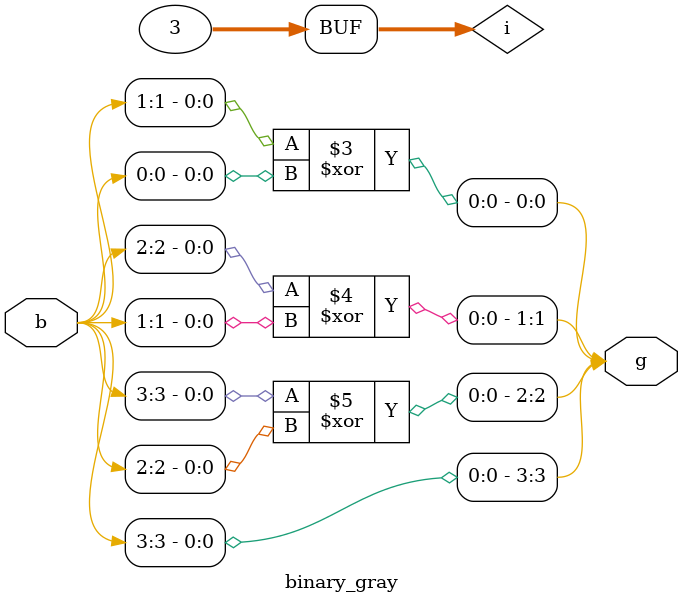
<source format=v>
`timescale 1ns / 1ps


module binary_gray #( parameter WIDTH = 4)(
    input  wire [WIDTH-1:0] b,
    output reg  [WIDTH-1:0] g
);

integer i;

always @(*) begin
    // MSB remains same
    g[WIDTH-1] = b[WIDTH-1];

    // Remaining bits
    for (i = 0; i < WIDTH-1; i = i + 1) begin
        g[i] = b[i+1] ^ b[i];
    end
end

endmodule


</source>
